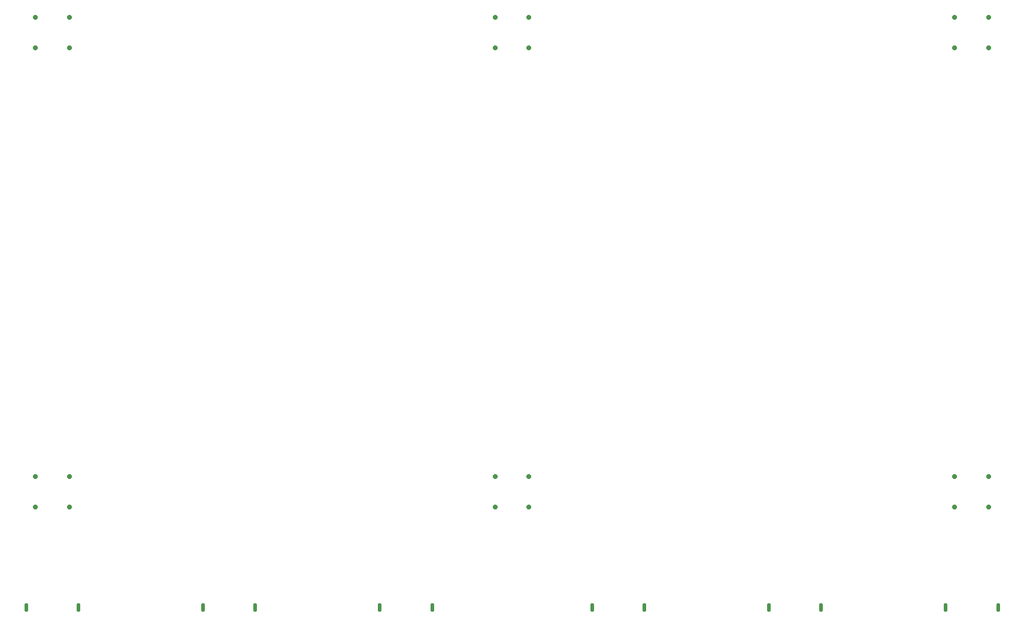
<source format=gbr>
%TF.GenerationSoftware,Altium Limited,Altium Designer,22.5.1 (42)*%
G04 Layer_Color=0*
%FSLAX26Y26*%
%MOIN*%
%TF.SameCoordinates,0DA79311-8CAD-460E-879A-7D23F4F2BAF0*%
%TF.FilePolarity,Positive*%
%TF.FileFunction,Plated,1,8,PTH,Drill*%
%TF.Part,Single*%
G01*
G75*
%TA.AperFunction,ComponentDrill*%
%ADD38C,0.027559*%
%ADD39O,0.019685X0.051181*%
%TA.AperFunction,ViaDrill,NotFilled*%
%ADD40C,0.003937*%
D38*
X1480315Y4218504D02*
D03*
X1669291D02*
D03*
Y4049213D02*
D03*
X1480315D02*
D03*
X4039370D02*
D03*
X4228346D02*
D03*
Y4218504D02*
D03*
X4039370D02*
D03*
X1480315Y6608268D02*
D03*
X1669291D02*
D03*
Y6777559D02*
D03*
X1480315D02*
D03*
X4039370Y6608268D02*
D03*
X4228346D02*
D03*
Y6777559D02*
D03*
X4039370D02*
D03*
X6598425Y6608268D02*
D03*
X6787402D02*
D03*
Y6777559D02*
D03*
X6598425D02*
D03*
Y4049213D02*
D03*
X6787402D02*
D03*
Y4218504D02*
D03*
X6598425D02*
D03*
D39*
X1429134Y3488189D02*
D03*
X1720472D02*
D03*
X2413386D02*
D03*
X2704724D02*
D03*
X3397638D02*
D03*
X3688976D02*
D03*
X6547244D02*
D03*
X6838583D02*
D03*
X4578740D02*
D03*
X4870079D02*
D03*
X5562992D02*
D03*
X5854331D02*
D03*
D40*
X6747047Y3421260D02*
D03*
X6648622D02*
D03*
X4778543D02*
D03*
X4680118D02*
D03*
X3597441D02*
D03*
X3499016D02*
D03*
X1628937D02*
D03*
X1530512D02*
D03*
X5762795D02*
D03*
X5664370D02*
D03*
X2514764D02*
D03*
X2613189D02*
D03*
X5743110D02*
D03*
X4758858D02*
D03*
X3577756D02*
D03*
X2593504D02*
D03*
X5802165D02*
D03*
X5782480D02*
D03*
X5644685D02*
D03*
X5625000D02*
D03*
X4817913D02*
D03*
X4798228D02*
D03*
X4660433D02*
D03*
X4640748D02*
D03*
X3636811D02*
D03*
X3617126D02*
D03*
X3479331D02*
D03*
X3459646D02*
D03*
X2652559D02*
D03*
X2632874D02*
D03*
X2495079D02*
D03*
X2475394D02*
D03*
X4222441Y6725591D02*
D03*
X4202756D02*
D03*
X4143701D02*
D03*
X4124016D02*
D03*
X4064961D02*
D03*
X4045276D02*
D03*
Y4166535D02*
D03*
X4064961D02*
D03*
X4202756D02*
D03*
X4222441D02*
D03*
X4124016D02*
D03*
X4143701D02*
D03*
X6604331D02*
D03*
X6624016D02*
D03*
X6761811D02*
D03*
X6781496D02*
D03*
X6683071D02*
D03*
X6702756D02*
D03*
X6604331Y6725591D02*
D03*
X6624016D02*
D03*
X6761811D02*
D03*
X6781496D02*
D03*
X6683071D02*
D03*
X6702756D02*
D03*
X1584646D02*
D03*
X1564961D02*
D03*
X1663386D02*
D03*
X1643701D02*
D03*
X1505906D02*
D03*
X1486220D02*
D03*
X1609252Y3421260D02*
D03*
X6727362D02*
D03*
X6786417D02*
D03*
X6766732D02*
D03*
X6628937D02*
D03*
X6609252D02*
D03*
X1491142D02*
D03*
X1510827D02*
D03*
X1648622D02*
D03*
X1668307D02*
D03*
X1564961Y4166535D02*
D03*
X1584646D02*
D03*
X1643701D02*
D03*
X1663386D02*
D03*
X1486220D02*
D03*
X1505906D02*
D03*
%TF.MD5,0411e849dedeb681841d0ad48be987f1*%
M02*

</source>
